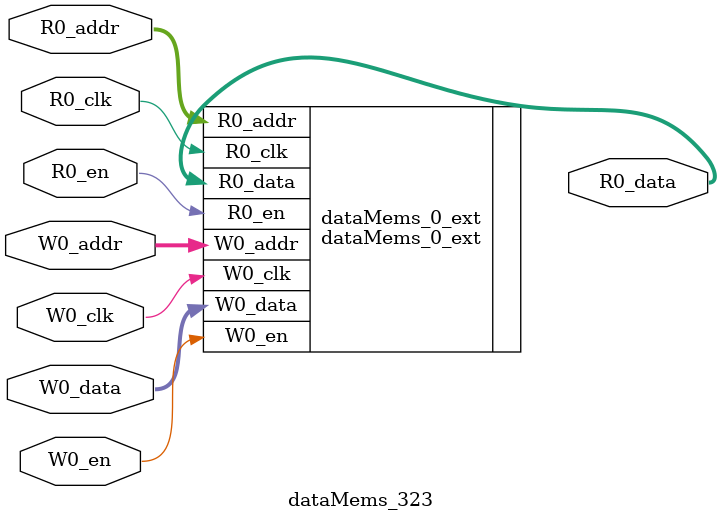
<source format=sv>
`ifndef RANDOMIZE
  `ifdef RANDOMIZE_REG_INIT
    `define RANDOMIZE
  `endif // RANDOMIZE_REG_INIT
`endif // not def RANDOMIZE
`ifndef RANDOMIZE
  `ifdef RANDOMIZE_MEM_INIT
    `define RANDOMIZE
  `endif // RANDOMIZE_MEM_INIT
`endif // not def RANDOMIZE

`ifndef RANDOM
  `define RANDOM $random
`endif // not def RANDOM

// Users can define 'PRINTF_COND' to add an extra gate to prints.
`ifndef PRINTF_COND_
  `ifdef PRINTF_COND
    `define PRINTF_COND_ (`PRINTF_COND)
  `else  // PRINTF_COND
    `define PRINTF_COND_ 1
  `endif // PRINTF_COND
`endif // not def PRINTF_COND_

// Users can define 'ASSERT_VERBOSE_COND' to add an extra gate to assert error printing.
`ifndef ASSERT_VERBOSE_COND_
  `ifdef ASSERT_VERBOSE_COND
    `define ASSERT_VERBOSE_COND_ (`ASSERT_VERBOSE_COND)
  `else  // ASSERT_VERBOSE_COND
    `define ASSERT_VERBOSE_COND_ 1
  `endif // ASSERT_VERBOSE_COND
`endif // not def ASSERT_VERBOSE_COND_

// Users can define 'STOP_COND' to add an extra gate to stop conditions.
`ifndef STOP_COND_
  `ifdef STOP_COND
    `define STOP_COND_ (`STOP_COND)
  `else  // STOP_COND
    `define STOP_COND_ 1
  `endif // STOP_COND
`endif // not def STOP_COND_

// Users can define INIT_RANDOM as general code that gets injected into the
// initializer block for modules with registers.
`ifndef INIT_RANDOM
  `define INIT_RANDOM
`endif // not def INIT_RANDOM

// If using random initialization, you can also define RANDOMIZE_DELAY to
// customize the delay used, otherwise 0.002 is used.
`ifndef RANDOMIZE_DELAY
  `define RANDOMIZE_DELAY 0.002
`endif // not def RANDOMIZE_DELAY

// Define INIT_RANDOM_PROLOG_ for use in our modules below.
`ifndef INIT_RANDOM_PROLOG_
  `ifdef RANDOMIZE
    `ifdef VERILATOR
      `define INIT_RANDOM_PROLOG_ `INIT_RANDOM
    `else  // VERILATOR
      `define INIT_RANDOM_PROLOG_ `INIT_RANDOM #`RANDOMIZE_DELAY begin end
    `endif // VERILATOR
  `else  // RANDOMIZE
    `define INIT_RANDOM_PROLOG_
  `endif // RANDOMIZE
`endif // not def INIT_RANDOM_PROLOG_

// Include register initializers in init blocks unless synthesis is set
`ifndef SYNTHESIS
  `ifndef ENABLE_INITIAL_REG_
    `define ENABLE_INITIAL_REG_
  `endif // not def ENABLE_INITIAL_REG_
`endif // not def SYNTHESIS

// Include rmemory initializers in init blocks unless synthesis is set
`ifndef SYNTHESIS
  `ifndef ENABLE_INITIAL_MEM_
    `define ENABLE_INITIAL_MEM_
  `endif // not def ENABLE_INITIAL_MEM_
`endif // not def SYNTHESIS

module dataMems_323(	// @[generators/ara/src/main/scala/UnsafeAXI4ToTL.scala:365:62]
  input  [4:0]  R0_addr,
  input         R0_en,
  input         R0_clk,
  output [66:0] R0_data,
  input  [4:0]  W0_addr,
  input         W0_en,
  input         W0_clk,
  input  [66:0] W0_data
);

  dataMems_0_ext dataMems_0_ext (	// @[generators/ara/src/main/scala/UnsafeAXI4ToTL.scala:365:62]
    .R0_addr (R0_addr),
    .R0_en   (R0_en),
    .R0_clk  (R0_clk),
    .R0_data (R0_data),
    .W0_addr (W0_addr),
    .W0_en   (W0_en),
    .W0_clk  (W0_clk),
    .W0_data (W0_data)
  );
endmodule


</source>
